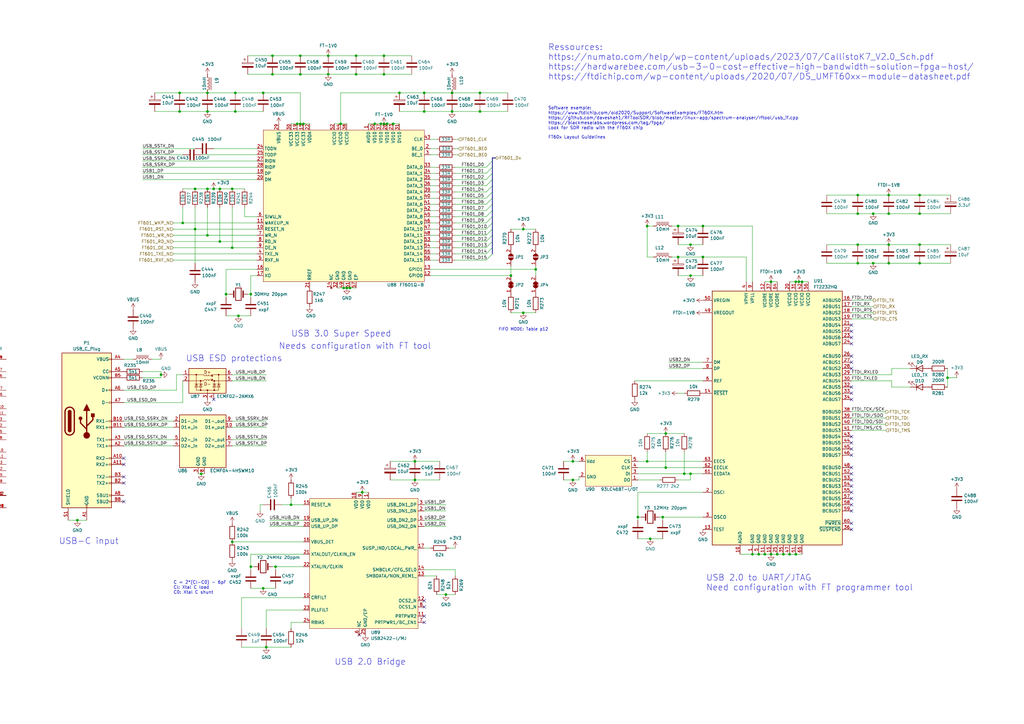
<source format=kicad_sch>
(kicad_sch (version 20250114) (generator "eeschema") (generator_version "9.0")
  (paper "A3")
  (text "USB 2.0 Bridge\n" (at 137.16 273.05 0) (effects (font (size 2.5 2.5)) (justify left bottom)))
  (text "Software example: \nhttps://www.ftdichip.com/old2020/Support/SoftwareExamples/FT60X.htm\nhttps://github.com/daveshah1/RFToolSDR/blob/master/linux-app/spectrum-analyser/rftool/usb_if.cpp\nhttps://blackmesalabs.wordpress.com/tag/fpga/\nLook for SDR radio with the FT60X chip" (at 224.79 53.34 0) (effects (font (size 1.27 1.27)) (justify left bottom)))
  (text "FIFO MODE: Table p12" (at 204.47 135.89 0) (effects (font (size 1.2 1.2)) (justify left bottom)))
  (text "C = 2*(Cl-C0) - 6pF\nCl: Xtal C load\nC0: Xtal C shunt" (at 71.12 243.84 0) (effects (font (size 1.27 1.27)) (justify left bottom)))
  (text "USB ESD protections" (at 76.2 148.59 0) (effects (font (size 2.5 2.5)) (justify left bottom)))
  (text "USB 2.0 to UART/JTAG\nNeed configuration with FT programmer tool\n" (at 289.56 242.57 0) (effects (font (size 2.5 2.5)) (justify left bottom)))
  (text "Needs configuration with FT tool" (at 114.3 143.51 0) (effects (font (size 2.5 2.5)) (justify left bottom)))
  (text "FT60x Layout Guidelines " (at 224.79 57.15 0) (effects (font (size 1.27 1.27)) (justify left bottom)))
  (text "USB-C input" (at 24.13 223.52 0) (effects (font (size 2.5 2.5)) (justify left bottom)))
  (text "Ressources:\nhttps://numato.com/help/wp-content/uploads/2023/07/CallistoK7_V2.0_Sch.pdf\nhttps://hardwarebee.com/usb-3-0-cost-effective-high-bandwidth-solution-fpga-host/\nhttps://ftdichip.com/wp-content/uploads/2020/07/DS_UMFT60xx-module-datasheet.pdf" (at 224.79 33.02 0) (effects (font (size 2.5 2.5)) (justify left bottom)))
  (text "USB 3.0 Super Speed\n" (at 119.38 138.43 0) (effects (font (size 2.5 2.5)) (justify left bottom)))
  (junction (at 288.29 92.71))
  (junction (at 107.95 38.1))
  (junction (at 261.62 212.09))
  (junction (at 85.09 38.1))
  (junction (at 134.62 22.86))
  (junction (at 364.49 87.63))
  (junction (at 143.51 118.11))
  (junction (at 273.05 191.77))
  (junction (at 123.19 22.86))
  (junction (at 95.25 77.47))
  (junction (at 170.18 196.85))
  (junction (at 85.09 77.47))
  (junction (at 102.87 120.65))
  (junction (at 156.21 50.8))
  (junction (at 85.09 45.72))
  (junction (at 316.23 115.57))
  (junction (at 82.55 194.31))
  (junction (at 90.17 99.06))
  (junction (at 182.88 243.84))
  (junction (at 173.99 45.72))
  (junction (at 123.19 30.48))
  (junction (at 97.79 129.54))
  (junction (at 157.48 50.8))
  (junction (at 351.79 80.01))
  (junction (at 358.14 107.95))
  (junction (at 146.05 30.48))
  (junction (at 158.75 50.8))
  (junction (at 157.48 30.48))
  (junction (at 142.24 118.11))
  (junction (at 265.43 92.71))
  (junction (at 209.55 113.03))
  (junction (at 234.95 189.23))
  (junction (at 364.49 80.01))
  (junction (at 185.42 45.72))
  (junction (at 66.04 153.67))
  (junction (at 364.49 107.95))
  (junction (at 74.93 91.44))
  (junction (at 73.66 38.1))
  (junction (at 364.49 100.33))
  (junction (at 102.87 232.41))
  (junction (at 196.85 45.72))
  (junction (at 80.01 77.47))
  (junction (at 266.7 220.98))
  (junction (at 351.79 87.63))
  (junction (at 280.67 194.31))
  (junction (at 214.63 128.27))
  (junction (at 214.63 93.98))
  (junction (at 161.29 50.8))
  (junction (at 148.59 201.93))
  (junction (at 288.29 105.41))
  (junction (at 107.95 241.3))
  (junction (at 278.13 92.71))
  (junction (at 121.92 50.8))
  (junction (at 234.95 196.85))
  (junction (at 163.83 38.1))
  (junction (at 153.67 50.8))
  (junction (at 170.18 189.23))
  (junction (at 377.19 80.01))
  (junction (at 123.19 50.8))
  (junction (at 73.66 45.72))
  (junction (at 278.13 105.41))
  (junction (at 139.7 50.8))
  (junction (at 358.14 87.63))
  (junction (at 311.15 227.33))
  (junction (at 96.52 45.72))
  (junction (at 219.71 110.49))
  (junction (at 173.99 38.1))
  (junction (at 95.25 222.25))
  (junction (at 92.71 120.65))
  (junction (at 87.63 77.47))
  (junction (at 124.46 50.8))
  (junction (at 377.19 87.63))
  (junction (at 326.39 115.57))
  (junction (at 31.75 213.36))
  (junction (at 111.76 22.86))
  (junction (at 265.43 189.23))
  (junction (at 119.38 207.01))
  (junction (at 326.39 227.33))
  (junction (at 327.66 115.57))
  (junction (at 321.31 227.33))
  (junction (at 157.48 22.86))
  (junction (at 323.85 227.33))
  (junction (at 90.17 77.47))
  (junction (at 388.62 154.94))
  (junction (at 313.69 227.33))
  (junction (at 85.09 96.52))
  (junction (at 318.77 227.33))
  (junction (at 185.42 38.1))
  (junction (at 196.85 38.1))
  (junction (at 283.21 194.31))
  (junction (at 95.25 101.6))
  (junction (at 134.62 30.48))
  (junction (at 283.21 113.03))
  (junction (at 328.93 115.57))
  (junction (at 316.23 227.33))
  (junction (at 273.05 177.8))
  (junction (at 308.61 227.33))
  (junction (at 80.01 93.98))
  (junction (at 351.79 107.95))
  (junction (at 140.97 118.11))
  (junction (at 283.21 100.33))
  (junction (at 377.19 107.95))
  (junction (at 96.52 38.1))
  (junction (at 146.05 22.86))
  (junction (at 377.19 100.33))
  (junction (at 111.76 30.48))
  (junction (at 351.79 100.33))
  (junction (at 113.03 232.41))
  (junction (at 271.78 212.09))
  (junction (at 109.22 265.43))
  (no_connect (at 349.25 214.63))
  (no_connect (at 349.25 201.93))
  (no_connect (at 349.25 184.15))
  (no_connect (at 349.25 179.07))
  (no_connect (at 349.25 204.47))
  (no_connect (at 173.99 252.73))
  (no_connect (at 50.8 198.12))
  (no_connect (at 349.25 138.43))
  (no_connect (at 349.25 196.85))
  (no_connect (at 349.25 146.05))
  (no_connect (at 349.25 133.35))
  (no_connect (at 349.25 181.61))
  (no_connect (at 50.8 187.96))
  (no_connect (at 349.25 186.69))
  (no_connect (at 50.8 195.58))
  (no_connect (at 349.25 163.83))
  (no_connect (at 173.99 255.27))
  (no_connect (at 349.25 158.75))
  (no_connect (at 349.25 191.77))
  (no_connect (at 349.25 194.31))
  (no_connect (at 349.25 151.13))
  (no_connect (at 50.8 205.74))
  (no_connect (at 349.25 161.29))
  (no_connect (at 147.32 260.35))
  (no_connect (at 87.63 163.83))
  (no_connect (at 349.25 217.17))
  (no_connect (at 349.25 135.89))
  (no_connect (at 349.25 207.01))
  (no_connect (at 50.8 190.5))
  (no_connect (at 349.25 140.97))
  (no_connect (at 349.25 148.59))
  (no_connect (at 173.99 248.92))
  (no_connect (at 349.25 209.55))
  (no_connect (at 173.99 246.38))
  (no_connect (at 349.25 199.39))
  (bus_entry (at 199.39 86.36) (size 2.54 -2.54))
  (bus_entry (at 199.39 88.9) (size 2.54 -2.54))
  (bus_entry (at 199.39 91.44) (size 2.54 -2.54))
  (bus_entry (at 199.39 93.98) (size 2.54 -2.54))
  (bus_entry (at 199.39 81.28) (size 2.54 -2.54))
  (bus_entry (at 199.39 83.82) (size 2.54 -2.54))
  (bus_entry (at 199.39 106.68) (size 2.54 -2.54))
  (bus_entry (at 199.39 73.66) (size 2.54 -2.54))
  (bus_entry (at 199.39 99.06) (size 2.54 -2.54))
  (bus_entry (at 199.39 101.6) (size 2.54 -2.54))
  (bus_entry (at 199.39 68.58) (size 2.54 -2.54))
  (bus_entry (at 199.39 96.52) (size 2.54 -2.54))
  (bus_entry (at 199.39 104.14) (size 2.54 -2.54))
  (bus_entry (at 199.39 76.2) (size 2.54 -2.54))
  (bus_entry (at 199.39 71.12) (size 2.54 -2.54))
  (bus_entry (at 199.39 78.74) (size 2.54 -2.54))
  (wire (pts (xy 157.48 30.48) (xy 168.91 30.48)))
  (wire (pts (xy 173.99 207.01) (xy 182.88 207.01)))
  (wire (pts (xy 90.17 85.09) (xy 90.17 99.06)))
  (wire (pts (xy 107.95 38.1) (xy 123.19 38.1)))
  (bus (pts (xy 201.93 64.77) (xy 203.2 64.77)))
  (wire (pts (xy 139.7 50.8) (xy 142.24 50.8)))
  (wire (pts (xy 186.69 71.12) (xy 199.39 71.12)))
  (wire (pts (xy 140.97 118.11) (xy 142.24 118.11)))
  (wire (pts (xy 261.62 201.93) (xy 288.29 201.93)))
  (wire (pts (xy 153.67 50.8) (xy 156.21 50.8)))
  (wire (pts (xy 90.17 77.47) (xy 95.25 77.47)))
  (wire (pts (xy 261.62 220.98) (xy 266.7 220.98)))
  (wire (pts (xy 186.69 88.9) (xy 199.39 88.9)))
  (wire (pts (xy 176.53 78.74) (xy 179.07 78.74)))
  (wire (pts (xy 349.25 125.73) (xy 358.14 125.73)))
  (wire (pts (xy 278.13 100.33) (xy 283.21 100.33)))
  (wire (pts (xy 90.17 99.06) (xy 105.41 99.06)))
  (wire (pts (xy 31.75 213.36) (xy 35.56 213.36)))
  (wire (pts (xy 102.87 121.92) (xy 102.87 120.65)))
  (bus (pts (xy 201.93 99.06) (xy 201.93 96.52)))
  (wire (pts (xy 148.59 201.93) (xy 151.13 201.93)))
  (wire (pts (xy 96.52 45.72) (xy 107.95 45.72)))
  (wire (pts (xy 176.53 113.03) (xy 209.55 113.03)))
  (wire (pts (xy 95.25 180.34) (xy 109.22 180.34)))
  (wire (pts (xy 186.69 106.68) (xy 199.39 106.68)))
  (wire (pts (xy 283.21 194.31) (xy 288.29 194.31)))
  (bus (pts (xy 201.93 78.74) (xy 201.93 76.2)))
  (wire (pts (xy 273.05 177.8) (xy 280.67 177.8)))
  (wire (pts (xy 102.87 241.3) (xy 107.95 241.3)))
  (wire (pts (xy 74.93 85.09) (xy 74.93 91.44)))
  (wire (pts (xy 82.55 194.31) (xy 83.82 194.31)))
  (wire (pts (xy 66.04 153.67) (xy 66.04 152.4)))
  (wire (pts (xy 179.07 243.84) (xy 182.88 243.84)))
  (wire (pts (xy 100.33 88.9) (xy 100.33 85.09)))
  (wire (pts (xy 95.25 175.26) (xy 109.22 175.26)))
  (wire (pts (xy 123.19 30.48) (xy 134.62 30.48)))
  (wire (pts (xy 161.29 50.8) (xy 163.83 50.8)))
  (wire (pts (xy 306.07 105.41) (xy 306.07 115.57)))
  (wire (pts (xy 176.53 96.52) (xy 179.07 96.52)))
  (wire (pts (xy 137.16 50.8) (xy 139.7 50.8)))
  (wire (pts (xy 134.62 22.86) (xy 146.05 22.86)))
  (wire (pts (xy 58.42 152.4) (xy 66.04 152.4)))
  (wire (pts (xy 261.62 191.77) (xy 273.05 191.77)))
  (wire (pts (xy 234.95 196.85) (xy 237.49 196.85)))
  (wire (pts (xy 95.25 172.72) (xy 109.22 172.72)))
  (wire (pts (xy 66.04 154.94) (xy 66.04 153.67)))
  (wire (pts (xy 186.69 60.96) (xy 187.96 60.96)))
  (wire (pts (xy 50.8 165.1) (xy 74.93 165.1)))
  (wire (pts (xy 50.8 172.72) (xy 71.12 172.72)))
  (wire (pts (xy 266.7 220.98) (xy 271.78 220.98)))
  (wire (pts (xy 186.69 93.98) (xy 199.39 93.98)))
  (wire (pts (xy 186.69 99.06) (xy 199.39 99.06)))
  (wire (pts (xy 351.79 100.33) (xy 364.49 100.33)))
  (wire (pts (xy 261.62 212.09) (xy 262.89 212.09)))
  (wire (pts (xy 265.43 92.71) (xy 265.43 105.41)))
  (wire (pts (xy 138.43 118.11) (xy 140.97 118.11)))
  (wire (pts (xy 119.38 50.8) (xy 121.92 50.8)))
  (wire (pts (xy 71.12 106.68) (xy 105.41 106.68)))
  (wire (pts (xy 71.12 101.6) (xy 95.25 101.6)))
  (wire (pts (xy 274.32 148.59) (xy 288.29 148.59)))
  (wire (pts (xy 176.53 81.28) (xy 179.07 81.28)))
  (wire (pts (xy 186.69 76.2) (xy 199.39 76.2)))
  (wire (pts (xy 170.18 189.23) (xy 180.34 189.23)))
  (wire (pts (xy 173.99 38.1) (xy 185.42 38.1)))
  (wire (pts (xy 111.76 30.48) (xy 123.19 30.48)))
  (wire (pts (xy 85.09 96.52) (xy 105.41 96.52)))
  (wire (pts (xy 176.53 110.49) (xy 219.71 110.49)))
  (wire (pts (xy 351.79 107.95) (xy 358.14 107.95)))
  (wire (pts (xy 119.38 255.27) (xy 119.38 257.81)))
  (wire (pts (xy 107.95 207.01) (xy 106.68 207.01)))
  (wire (pts (xy 176.53 91.44) (xy 179.07 91.44)))
  (wire (pts (xy 92.71 110.49) (xy 92.71 120.65)))
  (wire (pts (xy 261.62 196.85) (xy 270.51 196.85)))
  (wire (pts (xy 123.19 22.86) (xy 134.62 22.86)))
  (wire (pts (xy 173.99 215.9) (xy 182.88 215.9)))
  (wire (pts (xy 80.01 77.47) (xy 85.09 77.47)))
  (wire (pts (xy 58.42 60.96) (xy 80.01 60.96)))
  (wire (pts (xy 96.52 38.1) (xy 107.95 38.1)))
  (wire (pts (xy 95.25 77.47) (xy 100.33 77.47)))
  (wire (pts (xy 71.12 96.52) (xy 85.09 96.52)))
  (wire (pts (xy 176.53 101.6) (xy 179.07 101.6)))
  (wire (pts (xy 173.99 233.68) (xy 186.69 233.68)))
  (wire (pts (xy 95.25 182.88) (xy 109.22 182.88)))
  (wire (pts (xy 265.43 177.8) (xy 273.05 177.8)))
  (wire (pts (xy 339.09 107.95) (xy 351.79 107.95)))
  (bus (pts (xy 201.93 76.2) (xy 201.93 73.66)))
  (wire (pts (xy 283.21 113.03) (xy 288.29 113.03)))
  (wire (pts (xy 196.85 45.72) (xy 208.28 45.72)))
  (wire (pts (xy 351.79 87.63) (xy 358.14 87.63)))
  (wire (pts (xy 71.12 104.14) (xy 105.41 104.14)))
  (wire (pts (xy 58.42 66.04) (xy 105.41 66.04)))
  (wire (pts (xy 102.87 227.33) (xy 124.46 227.33)))
  (wire (pts (xy 146.05 22.86) (xy 157.48 22.86)))
  (wire (pts (xy 176.53 60.96) (xy 179.07 60.96)))
  (wire (pts (xy 99.06 245.11) (xy 99.06 257.81)))
  (wire (pts (xy 327.66 115.57) (xy 328.93 115.57)))
  (wire (pts (xy 186.69 73.66) (xy 199.39 73.66)))
  (wire (pts (xy 99.06 265.43) (xy 109.22 265.43)))
  (wire (pts (xy 364.49 87.63) (xy 377.19 87.63)))
  (wire (pts (xy 278.13 105.41) (xy 288.29 105.41)))
  (wire (pts (xy 176.53 76.2) (xy 179.07 76.2)))
  (wire (pts (xy 100.33 88.9) (xy 105.41 88.9)))
  (bus (pts (xy 201.93 91.44) (xy 201.93 88.9)))
  (wire (pts (xy 186.69 91.44) (xy 199.39 91.44)))
  (wire (pts (xy 119.38 204.47) (xy 119.38 207.01)))
  (wire (pts (xy 288.29 92.71) (xy 308.61 92.71)))
  (wire (pts (xy 27.94 213.36) (xy 31.75 213.36)))
  (wire (pts (xy 260.35 156.21) (xy 288.29 156.21)))
  (wire (pts (xy 85.09 77.47) (xy 87.63 77.47)))
  (wire (pts (xy 111.76 22.86) (xy 123.19 22.86)))
  (wire (pts (xy 123.19 38.1) (xy 123.19 50.8)))
  (wire (pts (xy 186.69 104.14) (xy 199.39 104.14)))
  (wire (pts (xy 278.13 113.03) (xy 283.21 113.03)))
  (wire (pts (xy 349.25 153.67) (xy 365.76 153.67)))
  (wire (pts (xy 186.69 57.15) (xy 187.96 57.15)))
  (wire (pts (xy 364.49 107.95) (xy 377.19 107.95)))
  (wire (pts (xy 87.63 60.96) (xy 105.41 60.96)))
  (wire (pts (xy 358.14 87.63) (xy 364.49 87.63)))
  (wire (pts (xy 115.57 207.01) (xy 119.38 207.01)))
  (bus (pts (xy 201.93 83.82) (xy 201.93 81.28)))
  (wire (pts (xy 109.22 250.19) (xy 109.22 257.81)))
  (wire (pts (xy 105.41 91.44) (xy 74.93 91.44)))
  (wire (pts (xy 261.62 189.23) (xy 265.43 189.23)))
  (wire (pts (xy 377.19 107.95) (xy 389.89 107.95)))
  (wire (pts (xy 146.05 201.93) (xy 148.59 201.93)))
  (wire (pts (xy 364.49 100.33) (xy 377.19 100.33)))
  (wire (pts (xy 184.15 224.79) (xy 186.69 224.79)))
  (wire (pts (xy 143.51 118.11) (xy 146.05 118.11)))
  (wire (pts (xy 85.09 38.1) (xy 96.52 38.1)))
  (wire (pts (xy 176.53 57.15) (xy 179.07 57.15)))
  (wire (pts (xy 182.88 243.84) (xy 186.69 243.84)))
  (wire (pts (xy 111.76 232.41) (xy 113.03 232.41)))
  (wire (pts (xy 231.14 189.23) (xy 234.95 189.23)))
  (wire (pts (xy 92.71 120.65) (xy 93.98 120.65)))
  (wire (pts (xy 273.05 191.77) (xy 288.29 191.77)))
  (wire (pts (xy 186.69 78.74) (xy 199.39 78.74)))
  (wire (pts (xy 50.8 180.34) (xy 71.12 180.34)))
  (wire (pts (xy 186.69 81.28) (xy 199.39 81.28)))
  (wire (pts (xy 82.55 63.5) (xy 105.41 63.5)))
  (wire (pts (xy 326.39 115.57) (xy 327.66 115.57)))
  (wire (pts (xy 313.69 227.33) (xy 316.23 227.33)))
  (wire (pts (xy 74.93 153.67) (xy 72.39 153.67)))
  (wire (pts (xy 72.39 153.67) (xy 72.39 160.02)))
  (wire (pts (xy 102.87 232.41) (xy 104.14 232.41)))
  (wire (pts (xy 102.87 113.03) (xy 105.41 113.03)))
  (wire (pts (xy 318.77 227.33) (xy 321.31 227.33)))
  (wire (pts (xy 50.8 175.26) (xy 71.12 175.26)))
  (wire (pts (xy 176.53 93.98) (xy 179.07 93.98)))
  (wire (pts (xy 377.19 100.33) (xy 389.89 100.33)))
  (wire (pts (xy 237.49 196.85) (xy 237.49 195.58)))
  (wire (pts (xy 92.71 120.65) (xy 92.71 121.92)))
  (wire (pts (xy 261.62 212.09) (xy 261.62 213.36)))
  (wire (pts (xy 176.53 73.66) (xy 179.07 73.66)))
  (wire (pts (xy 71.12 91.44) (xy 74.93 91.44)))
  (wire (pts (xy 377.19 87.63) (xy 389.89 87.63)))
  (wire (pts (xy 308.61 92.71) (xy 308.61 115.57)))
  (wire (pts (xy 158.75 50.8) (xy 161.29 50.8)))
  (wire (pts (xy 231.14 196.85) (xy 234.95 196.85)))
  (wire (pts (xy 234.95 189.23) (xy 237.49 189.23)))
  (wire (pts (xy 274.32 151.13) (xy 288.29 151.13)))
  (bus (pts (xy 201.93 73.66) (xy 201.93 71.12)))
  (wire (pts (xy 364.49 80.01) (xy 377.19 80.01)))
  (wire (pts (xy 209.55 128.27) (xy 214.63 128.27)))
  (wire (pts (xy 186.69 63.5) (xy 187.96 63.5)))
  (wire (pts (xy 134.62 30.48) (xy 146.05 30.48)))
  (wire (pts (xy 50.8 147.32) (xy 54.61 147.32)))
  (bus (pts (xy 201.93 96.52) (xy 201.93 93.98)))
  (wire (pts (xy 280.67 194.31) (xy 283.21 194.31)))
  (wire (pts (xy 388.62 151.13) (xy 388.62 154.94)))
  (wire (pts (xy 349.25 128.27) (xy 358.14 128.27)))
  (wire (pts (xy 176.53 71.12) (xy 179.07 71.12)))
  (wire (pts (xy 214.63 93.98) (xy 219.71 93.98)))
  (wire (pts (xy 271.78 212.09) (xy 288.29 212.09)))
  (bus (pts (xy 201.93 86.36) (xy 201.93 83.82)))
  (wire (pts (xy 267.97 105.41) (xy 265.43 105.41)))
  (wire (pts (xy 321.31 227.33) (xy 323.85 227.33)))
  (wire (pts (xy 323.85 115.57) (xy 326.39 115.57)))
  (wire (pts (xy 373.38 151.13) (xy 365.76 151.13)))
  (wire (pts (xy 209.55 93.98) (xy 214.63 93.98)))
  (wire (pts (xy 196.85 38.1) (xy 208.28 38.1)))
  (wire (pts (xy 349.25 130.81) (xy 358.14 130.81)))
  (wire (pts (xy 288.29 92.71) (xy 278.13 92.71)))
  (wire (pts (xy 278.13 161.29) (xy 280.67 161.29)))
  (wire (pts (xy 63.5 38.1) (xy 73.66 38.1)))
  (wire (pts (xy 186.69 83.82) (xy 199.39 83.82)))
  (wire (pts (xy 95.25 156.21) (xy 109.22 156.21)))
  (wire (pts (xy 124.46 245.11) (xy 99.06 245.11)))
  (wire (pts (xy 95.25 153.67) (xy 109.22 153.67)))
  (wire (pts (xy 71.12 93.98) (xy 80.01 93.98)))
  (wire (pts (xy 92.71 129.54) (xy 97.79 129.54)))
  (wire (pts (xy 261.62 194.31) (xy 280.67 194.31)))
  (wire (pts (xy 163.83 38.1) (xy 173.99 38.1)))
  (wire (pts (xy 326.39 227.33) (xy 328.93 227.33)))
  (wire (pts (xy 358.14 107.95) (xy 364.49 107.95)))
  (wire (pts (xy 265.43 185.42) (xy 265.43 189.23)))
  (wire (pts (xy 142.24 118.11) (xy 143.51 118.11)))
  (wire (pts (xy 176.53 88.9) (xy 179.07 88.9)))
  (wire (pts (xy 95.25 101.6) (xy 105.41 101.6)))
  (wire (pts (xy 311.15 227.33) (xy 313.69 227.33)))
  (wire (pts (xy 176.53 68.58) (xy 179.07 68.58)))
  (wire (pts (xy 186.69 101.6) (xy 199.39 101.6)))
  (wire (pts (xy 81.28 194.31) (xy 82.55 194.31)))
  (wire (pts (xy 85.09 45.72) (xy 96.52 45.72)))
  (wire (pts (xy 58.42 63.5) (xy 74.93 63.5)))
  (wire (pts (xy 173.99 224.79) (xy 176.53 224.79)))
  (wire (pts (xy 308.61 227.33) (xy 311.15 227.33)))
  (wire (pts (xy 176.53 86.36) (xy 179.07 86.36)))
  (wire (pts (xy 176.53 83.82) (xy 179.07 83.82)))
  (wire (pts (xy 95.25 222.25) (xy 124.46 222.25)))
  (wire (pts (xy 146.05 30.48) (xy 157.48 30.48)))
  (wire (pts (xy 173.99 213.36) (xy 182.88 213.36)))
  (wire (pts (xy 151.13 50.8) (xy 153.67 50.8)))
  (wire (pts (xy 102.87 227.33) (xy 102.87 232.41)))
  (wire (pts (xy 92.71 110.49) (xy 105.41 110.49)))
  (wire (pts (xy 349.25 176.53) (xy 363.22 176.53)))
  (wire (pts (xy 186.69 68.58) (xy 199.39 68.58)))
  (wire (pts (xy 160.02 196.85) (xy 170.18 196.85)))
  (wire (pts (xy 186.69 86.36) (xy 199.39 86.36)))
  (wire (pts (xy 173.99 236.22) (xy 179.07 236.22)))
  (bus (pts (xy 201.93 71.12) (xy 201.93 68.58)))
  (wire (pts (xy 186.69 233.68) (xy 186.69 236.22)))
  (wire (pts (xy 110.49 213.36) (xy 124.46 213.36)))
  (wire (pts (xy 124.46 255.27) (xy 119.38 255.27)))
  (wire (pts (xy 72.39 160.02) (xy 50.8 160.02)))
  (bus (pts (xy 201.93 93.98) (xy 201.93 91.44)))
  (wire (pts (xy 349.25 171.45) (xy 363.22 171.45)))
  (wire (pts (xy 73.66 45.72) (xy 85.09 45.72)))
  (wire (pts (xy 283.21 196.85) (xy 283.21 194.31)))
  (wire (pts (xy 157.48 50.8) (xy 158.75 50.8)))
  (wire (pts (xy 58.42 73.66) (xy 105.41 73.66)))
  (wire (pts (xy 173.99 45.72) (xy 185.42 45.72)))
  (wire (pts (xy 316.23 227.33) (xy 318.77 227.33)))
  (wire (pts (xy 123.19 50.8) (xy 124.46 50.8)))
  (wire (pts (xy 176.53 63.5) (xy 179.07 63.5)))
  (wire (pts (xy 106.68 207.01) (xy 106.68 209.55)))
  (wire (pts (xy 170.18 196.85) (xy 180.34 196.85)))
  (wire (pts (xy 58.42 68.58) (xy 105.41 68.58)))
  (wire (pts (xy 139.7 38.1) (xy 139.7 50.8)))
  (wire (pts (xy 102.87 232.41) (xy 102.87 233.68)))
  (wire (pts (xy 265.43 189.23) (xy 288.29 189.23)))
  (wire (pts (xy 62.23 147.32) (xy 66.04 147.32)))
  (wire (pts (xy 124.46 250.19) (xy 109.22 250.19)))
  (wire (pts (xy 85.09 85.09) (xy 85.09 96.52)))
  (wire (pts (xy 73.66 38.1) (xy 85.09 38.1)))
  (wire (pts (xy 365.76 151.13) (xy 365.76 153.67)))
  (wire (pts (xy 365.76 158.75) (xy 365.76 156.21)))
  (wire (pts (xy 107.95 241.3) (xy 113.03 241.3)))
  (wire (pts (xy 173.99 209.55) (xy 182.88 209.55)))
  (bus (pts (xy 201.93 88.9) (xy 201.93 86.36)))
  (wire (pts (xy 80.01 93.98) (xy 105.41 93.98)))
  (wire (pts (xy 316.23 115.57) (xy 318.77 115.57)))
  (wire (pts (xy 80.01 85.09) (xy 80.01 93.98)))
  (wire (pts (xy 339.09 80.01) (xy 351.79 80.01)))
  (wire (pts (xy 328.93 115.57) (xy 331.47 115.57)))
  (wire (pts (xy 288.29 105.41) (xy 306.07 105.41)))
  (wire (pts (xy 176.53 104.14) (xy 179.07 104.14)))
  (wire (pts (xy 102.87 113.03) (xy 102.87 120.65)))
  (wire (pts (xy 50.8 182.88) (xy 71.12 182.88)))
  (wire (pts (xy 157.48 22.86) (xy 168.91 22.86)))
  (wire (pts (xy 349.25 173.99) (xy 363.22 173.99)))
  (wire (pts (xy 273.05 185.42) (xy 273.05 191.77)))
  (wire (pts (xy 113.03 232.41) (xy 124.46 232.41)))
  (wire (pts (xy 163.83 38.1) (xy 139.7 38.1)))
  (wire (pts (xy 95.25 85.09) (xy 95.25 101.6)))
  (bus (pts (xy 201.93 104.14) (xy 201.93 101.6)))
  (wire (pts (xy 271.78 213.36) (xy 271.78 212.09)))
  (wire (pts (xy 265.43 92.71) (xy 267.97 92.71)))
  (wire (pts (xy 156.21 50.8) (xy 157.48 50.8)))
  (wire (pts (xy 58.42 71.12) (xy 105.41 71.12)))
  (wire (pts (xy 339.09 100.33) (xy 351.79 100.33)))
  (wire (pts (xy 351.79 80.01) (xy 364.49 80.01)))
  (wire (pts (xy 270.51 212.09) (xy 271.78 212.09)))
  (wire (pts (xy 186.69 96.52) (xy 199.39 96.52)))
  (wire (pts (xy 349.25 123.19) (xy 358.14 123.19)))
  (wire (pts (xy 80.01 93.98) (xy 80.01 107.95)))
  (wire (pts (xy 109.22 265.43) (xy 119.38 265.43)))
  (wire (pts (xy 63.5 45.72) (xy 73.66 45.72)))
  (bus (pts (xy 201.93 81.28) (xy 201.93 78.74)))
  (wire (pts (xy 176.53 99.06) (xy 179.07 99.06)))
  (wire (pts (xy 261.62 201.93) (xy 261.62 212.09)))
  (wire (pts (xy 163.83 45.72) (xy 173.99 45.72)))
  (wire (pts (xy 101.6 22.86) (xy 111.76 22.86)))
  (wire (pts (xy 58.42 154.94) (xy 66.04 154.94)))
  (wire (pts (xy 71.12 99.06) (xy 90.17 99.06)))
  (wire (pts (xy 278.13 92.71) (xy 275.59 92.71)))
  (wire (pts (xy 185.42 38.1) (xy 196.85 38.1)))
  (wire (pts (xy 185.42 45.72) (xy 196.85 45.72)))
  (wire (pts (xy 74.93 156.21) (xy 74.93 165.1)))
  (wire (pts (xy 377.19 80.01) (xy 389.89 80.01)))
  (wire (pts (xy 283.21 100.33) (xy 288.29 100.33)))
  (wire (pts (xy 278.13 196.85) (xy 283.21 196.85)))
  (wire (pts (xy 87.63 77.47) (xy 90.17 77.47)))
  (wire (pts (xy 176.53 106.68) (xy 179.07 106.68)))
  (wire (pts (xy 275.59 105.41) (xy 278.13 105.41)))
  (wire (pts (xy 373.38 158.75) (xy 365.76 158.75)))
  (wire (pts (xy 349.25 156.21) (xy 365.76 156.21)))
  (wire (pts (xy 124.46 50.8) (xy 127 50.8)))
  (wire (pts (xy 113.03 233.68) (xy 113.03 232.41)))
  (wire (pts (xy 209.55 109.22) (xy 209.55 113.03)))
  (wire (pts (xy 388.62 154.94) (xy 392.43 154.94)))
  (wire (pts (xy 219.71 109.22) (xy 219.71 110.49)))
  (wire (pts (xy 303.53 227.33) (xy 308.61 227.33)))
  (wire (pts (xy 323.85 227.33) (xy 326.39 227.33)))
  (wire (pts (xy 74.93 77.47) (xy 80.01 77.47)))
  (wire (pts (xy 219.71 110.49) (xy 219.71 113.03)))
  (wire (pts (xy 280.67 185.42) (xy 280.67 194.31)))
  (bus (pts (xy 201.93 66.04) (xy 201.93 64.77)))
  (wire (pts (xy 101.6 30.48) (xy 111.76 30.48)))
  (wire (pts (xy 214.63 128.27) (xy 219.71 128.27)))
  (bus (pts (xy 201.93 101.6) (xy 201.93 99.06)))
  (wire (pts (xy 349.25 168.91) (xy 363.22 168.91)))
  (wire (pts (xy 388.62 154.94) (xy 388.62 158.75)))
  (wire (pts (xy 339.09 87.63) (xy 351.79 87.63)))
  (wire (pts (xy 101.6 120.65) (xy 102.87 120.65)))
  (wire (pts (xy 119.38 207.01) (xy 124.46 207.01)))
  (bus (pts (xy 201.93 68.58) (xy 201.93 66.04)))
  (wire (pts (xy 110.49 215.9) (xy 124.46 215.9)))
  (wire (pts (xy 121.92 50.8) (xy 123.19 50.8)))
  (wire (pts (xy 97.79 129.54) (xy 102.87 129.54)))
  (wire (pts (xy 313.69 115.57) (xy 316.23 115.57)))
  (wire (pts (xy 160.02 189.23) (xy 170.18 189.23)))
  (label "USB_SSTX_DN" (at 58.42 60.96 0))
  (label "USB1_DN" (at 173.99 209.55 0))
  (label "USB_SSRX_DP" (at 96.52 175.26 0))
  (label "FTDI_TDI{slash}SDO" (at 349.25 171.45 0))
  (label "USB_SSTX_DP" (at 96.52 182.88 0))
  (label "USB_ESD_SSRX_DP" (at 50.8 175.26 0))
  (label "USB_SSTX_DN" (at 96.52 180.34 0))
  (label "FT601_D14" (at 189.23 104.14 0))
  (label "FTDI_TCK{slash}SCK" (at 349.25 168.91 0))
  (label "FT601_D10" (at 189.23 93.98 0))
  (label "FTDI_RTS" (at 349.25 128.27 0))
  (label "FT601_D7" (at 189.23 86.36 0))
  (label "FT601_D1" (at 189.23 71.12 0))
  (label "USB2_DN" (at 274.32 148.59 0))
  (label "FTDI_TXD" (at 349.25 123.19 0))
  (label "FT601_D9" (at 189.23 91.44 0))
  (label "USB_HUB_DP" (at 110.49 215.9 0))
  (label "FT601_D4" (at 189.23 78.74 0))
  (label "FTDI_RXLED" (at 349.25 153.67 0))
  (label "FT601_D12" (at 189.23 99.06 0))
  (label "USB1_DP" (at 173.99 207.01 0))
  (label "USB2_DN" (at 173.99 215.9 0))
  (label "USB_HUB_DP" (at 96.52 153.67 0))
  (label "USB_HUB_DN" (at 96.52 156.21 0))
  (label "USB2_DP" (at 274.32 151.13 0))
  (label "USB2_DP" (at 173.99 213.36 0))
  (label "FTDI_TMS{slash}CS" (at 349.25 176.53 0))
  (label "FTDI_TDO{slash}SDI" (at 349.25 173.99 0))
  (label "USB_ESD_DP" (at 52.07 160.02 0))
  (label "USB_SSTX_DP" (at 58.42 63.5 0))
  (label "USB_SSRX_DN" (at 58.42 66.04 0))
  (label "FT601_D0" (at 189.23 68.58 0))
  (label "USB1_DP" (at 58.42 71.12 0))
  (label "FTDI_CTS" (at 349.25 130.81 0))
  (label "USB_ESD_DN" (at 52.07 165.1 0))
  (label "FT601_D6" (at 189.23 83.82 0))
  (label "USB_SSRX_DP" (at 58.42 68.58 0))
  (label "FT601_D8" (at 189.23 88.9 0))
  (label "USB_SSRX_DN" (at 96.52 172.72 0))
  (label "FT601_D13" (at 189.23 101.6 0))
  (label "FT601_D3" (at 189.23 76.2 0))
  (label "USB1_DN" (at 58.42 73.66 0))
  (label "FT601_D11" (at 189.23 96.52 0))
  (label "USB_ESD_SSRX_DN" (at 50.8 172.72 0))
  (label "FTDI_TXLED" (at 349.25 156.21 0))
  (label "FT601_D15" (at 189.23 106.68 0))
  (label "FTDI_RX" (at 349.25 125.73 0))
  (label "USB_ESD_SSTX_DN" (at 50.8 180.34 0))
  (label "USB_ESD_SSTX_DP" (at 50.8 182.88 0))
  (label "USB_HUB_DN" (at 110.49 213.36 0))
  (label "FT601_D5" (at 189.23 81.28 0))
  (label "FT601_D2" (at 189.23 73.66 0))
  (hierarchical_label "FT601_BE0" (shape input) (at 187.96 63.5 0))
  (hierarchical_label "FT601_RST_N" (shape input) (at 71.12 93.98 180))
  (hierarchical_label "FT601_CLK" (shape input) (at 187.96 57.15 0))
  (hierarchical_label "FT601_BE0" (shape input) (at 187.96 60.96 0))
  (hierarchical_label "FT601_TXE_N" (shape input) (at 71.12 104.14 180))
  (hierarchical_label "FT601_Dx" (shape bidirectional) (at 203.2 64.77 0))
  (hierarchical_label "FT601_WKP_N" (shape input) (at 71.12 91.44 180))
  (hierarchical_label "FTDI_CTS" (shape input) (at 358.14 130.81 0))
  (hierarchical_label "FTDI_TMS" (shape input) (at 363.22 176.53 0))
  (hierarchical_label "FT601_WR_N" (shape input) (at 71.12 96.52 180))
  (hierarchical_label "FTDI_RTS" (shape output) (at 358.14 128.27 0))
  (hierarchical_label "FTDI_RX" (shape input) (at 358.14 125.73 0))
  (hierarchical_label "FTDI_TX" (shape output) (at 358.14 123.19 0))
  (hierarchical_label "FT601_OE_N" (shape input) (at 71.12 101.6 180))
  (hierarchical_label "FT601_RD_N" (shape input) (at 71.12 99.06 180))
  (hierarchical_label "FT601_RXF_N" (shape input) (at 71.12 106.68 180))
  (hierarchical_label "FTDI_TCK" (shape output) (at 363.22 168.91 0))
  (hierarchical_label "FTDI_TDO" (shape output) (at 363.22 173.99 0))
  (hierarchical_label "FTDI_TDI" (shape input) (at 363.22 171.45 0))
  (symbol (lib_id "power:GND") (at 149.86 260.35 0) (unit 1)
    (property "Reference" "#PWR0598" (effects (hide yes)))
    (property "Value" "GND" (at 149.86 264.4831 0))
  )
  (symbol (lib_id "power:VBUS") (at 114.3 50.8 0) (unit 1)
    (property "Reference" "#PWR0591" (effects (hide yes)))
    (property "Value" "VBUS" (at 114.3 46.6669 0))
  )
  (symbol (lib_id "Device:C") (at 170.18 193.04 180) (unit 1)
    (property "Reference" "C465" (at 177.8 191.77 0) (effects (justify left)))
    (property "Value" "1uF" (at 177.8 194.31 0) (effects (justify left)))
    (property "Footprint" "Capacitor_SMD:C_0603_1608Metric" (effects (hide yes)))
  )
  (symbol (lib_id "TWIST_V2_lib:FT-1V0") (at 134.62 22.86 0) (unit 1)
    (property "Reference" "#PWR0594" (effects (hide yes)))
    (property "Value" "FT-1V0" (at 134.62 18.7269 0))
  )
  (symbol (lib_id "Device:C") (at 185.42 41.91 180) (unit 1)
    (property "Reference" "C468" (at 193.04 40.64 0) (effects (justify left)))
    (property "Value" "100nF" (at 194.31 43.18 0) (effects (justify left)))
    (property "Footprint" "Capacitor_SMD:C_0402_1005Metric" (effects (hide yes)))
  )
  (symbol (lib_id "Device:C") (at 157.48 26.67 180) (unit 1)
    (property "Reference" "C461" (at 165.1 25.4 0) (effects (justify left)))
    (property "Value" "100nF" (at 166.37 27.94 0) (effects (justify left)))
    (property "Footprint" "Capacitor_SMD:C_0402_1005Metric" (effects (hide yes)))
  )
  (symbol (lib_id "TWIST_V2_lib:93LC46BT-I/OT") (at 240.03 199.39 0) (unit 1)
    (property "Reference" "U90" (at 240.03 200.66 0) (effects (justify left)))
    (property "Value" "93LC46BT-I/OT" (at 246.38 200.66 0) (effects (justify left)))
    (property "Footprint" "Package_TO_SOT_SMD:SOT-23-6_Handsoldering" (effects (hide yes)))
  )
  (symbol (lib_id "Device:R") (at 95.25 226.06 180) (unit 1)
    (property "Reference" "R243" (at 97.028 224.8479 0) (effects (justify right)))
    (property "Value" "100k" (at 97.028 227.2721 0) (effects (justify right)))
    (property "Footprint" "Resistor_SMD:R_0402_1005Metric_Pad0.72x0.64mm_HandSolder" (effects (hide yes)))
  )
  (symbol (lib_id "TWIST_V2_lib:FT601Q-B") (at 107.95 115.57 0) (unit 1)
    (property "Reference" "U88" (at 158.75 116.84 0) (effects (justify left)))
    (property "Value" "FT601Q-B" (at 163.83 116.84 0) (effects (justify left)))
    (property "Footprint" "Package_DFN_QFN:QFN-56-1EP_7x7mm_P0.4mm_EP4x4mm" (effects (hide yes)))
  )
  (symbol (lib_id "Jumper:SolderJumper_2_Open") (at 209.55 105.41 90) (unit 1)
    (property "Reference" "JP1" (at 211.201 105.41 90) (effects (justify right)))
    (property "Value" "SolderJumper_2_Open" (effects (hide yes)))
  )
  (symbol (lib_id "Power_Protection:ECMF02-2AMX6") (at 85.09 156.21 0) (unit 1)
    (property "Reference" "U87" (at 80.01 162.56 0))
    (property "Value" "ECMF02-2AMX6" (at 96.52 162.56 0))
    (property "Footprint" "Package_DFN_QFN:ST_UQFN-6L_1.5x1.7mm_P0.5mm" (effects (hide yes)))
    (property "Datasheet" "https://www.st.com/resource/en/datasheet/ecmf02-2amx6.pdf" (effects (hide yes)))
  )
  (symbol (lib_id "Device:LED") (at 377.19 151.13 0) (mirror x) (unit 1)
    (property "Reference" "D9" (at 377.19 148.59 0))
    (property "Value" "LED_RX" (at 377.19 146.1658 0))
  )
  (symbol (lib_id "power:GND") (at 185.42 45.72 0) (unit 1)
    (property "Reference" "#PWR0604" (effects (hide yes)))
    (property "Value" "GND" (at 185.42 49.8531 0))
  )
  (symbol (lib_id "Device:C") (at 180.34 193.04 180) (unit 1)
    (property "Reference" "C467" (at 187.96 191.77 0) (effects (justify left)))
    (property "Value" "100nF" (at 189.23 194.31 0) (effects (justify left)))
    (property "Footprint" "Capacitor_SMD:C_0402_1005Metric" (effects (hide yes)))
  )
  (symbol (lib_id "Device:R") (at 265.43 181.61 0) (unit 1)
    (property "Reference" "R275" (at 267.97 181.61 90))
    (property "Value" "10k" (at 262.6939 181.61 90))
    (property "Footprint" "Resistor_SMD:R_0402_1005Metric" (effects (hide yes)))
  )
  (symbol (lib_id "Device:C") (at 173.99 41.91 180) (unit 1)
    (property "Reference" "C466" (at 181.61 40.64 0) (effects (justify left)))
    (property "Value" "100nF" (at 182.88 43.18 0) (effects (justify left)))
    (property "Footprint" "Capacitor_SMD:C_0402_1005Metric" (effects (hide yes)))
  )
  (symbol (lib_id "power:GND") (at 260.35 163.83 0) (unit 1)
    (property "Reference" "#PWR0610" (effects (hide yes)))
    (property "Value" "GND" (at 260.35 167.9631 0))
  )
  (symbol (lib_id "power:+3V3D") (at 148.59 201.93 0) (unit 1)
    (property "Reference" "#PWR0597" (effects (hide yes)))
    (property "Value" "+3V3" (at 148.59 197.7969 0))
  )
  (symbol (lib_id "power:+3V3D") (at 234.95 189.23 0) (unit 1)
    (property "Reference" "#PWR0608" (effects (hide yes)))
    (property "Value" "+3V3" (at 234.95 185.0969 0))
  )
  (symbol (lib_id "power:GND") (at 85.09 45.72 0) (unit 1)
    (property "Reference" "#PWR0582" (effects (hide yes)))
    (property "Value" "GND" (at 85.09 49.8531 0))
  )
  (symbol (lib_id "Device:C") (at 288.29 96.52 180) (unit 1)
    (property "Reference" "C476" (at 291.211 95.3079 0) (effects (justify right)))
    (property "Value" "100nF" (at 291.211 97.7321 0) (effects (justify right)))
    (property "Footprint" "Capacitor_SMD:C_0402_1005Metric" (effects (hide yes)))
  )
  (symbol (lib_id "Device:R") (at 260.35 160.02 0) (unit 1)
    (property "Reference" "R274" (at 262.128 158.8079 0) (effects (justify left)))
    (property "Value" "12k" (at 262.128 161.2321 0) (effects (justify left)))
    (property "Footprint" "Resistor_SMD:R_0402_1005Metric" (effects (hide yes)))
  )
  (symbol (lib_id "Device:C") (at 351.79 104.14 180) (unit 1)
    (property "Reference" "C481" (at 354.711 102.9279 0) (effects (justify right)))
    (property "Value" "100nF" (at 354.711 105.3521 0) (effects (justify right)))
    (property "Footprint" "Capacitor_SMD:C_0402_1005Metric" (effects (hide yes)))
  )
  (symbol (lib_id "Device:R") (at 209.55 97.79 180) (unit 1)
    (property "Reference" "R270" (at 207.01 97.79 90))
    (property "Value" "10k" (at 212.2861 97.79 90))
    (property "Footprint" "Resistor_SMD:R_0402_1005Metric" (effects (hide yes)))
  )
  (symbol (lib_id "power:GND") (at 358.14 107.95 0) (unit 1)
    (property "Reference" "#PWR0624" (effects (hide yes)))
    (property "Value" "GND" (at 358.14 111.76 0))
  )
  (symbol (lib_id "Device:R") (at 182.88 104.14 90) (unit 1)
    (property "Reference" "R267" (effects (hide yes)))
    (property "Value" "33R" (at 182.88 104.14 90))
    (property "Footprint" "Resistor_SMD:R_0402_1005Metric" (effects (hide yes)))
  )
  (symbol (lib_id "TWIST_V2_lib:ECMF04-4HSWM10") (at 73.66 191.77 0) (unit 1)
    (property "Reference" "U86" (at 74.93 193.04 0))
    (property "Value" "ECMF04-4HSWM10" (at 95.25 193.04 0))
    (property "Footprint" "Package_DFN_QFN:UDFN-10_1.35x2.6mm_P0.5mm" (effects (hide yes)))
  )
  (symbol (lib_id "Device:R") (at 209.55 124.46 0) (unit 1)
    (property "Reference" "R271" (at 212.09 124.46 90))
    (property "Value" "10k" (at 206.8139 124.46 90))
    (property "Footprint" "Resistor_SMD:R_0402_1005Metric" (effects (hide yes)))
  )
  (symbol (lib_id "power:GND") (at 82.55 194.31 0) (unit 1)
    (property "Reference" "#PWR0580" (effects (hide yes)))
    (property "Value" "GND" (at 82.55 198.4431 0))
  )
  (symbol (lib_id "Device:R") (at 182.88 99.06 90) (unit 1)
    (property "Reference" "R265" (effects (hide yes)))
    (property "Value" "33R" (at 182.88 99.06 90))
    (property "Footprint" "Resistor_SMD:R_0402_1005Metric" (effects (hide yes)))
  )
  (symbol (lib_id "Device:C") (at 231.14 193.04 0) (unit 1)
    (property "Reference" "C471" (at 222.25 191.8858 0) (effects (justify left)))
    (property "Value" "100nF" (at 222.25 194.31 0) (effects (justify left)))
    (property "Footprint" "Capacitor_SMD:C_0402_1005Metric" (effects (hide yes)))
  )
  (symbol (lib_id "Device:C") (at 80.01 111.76 180) (unit 1)
    (property "Reference" "C444" (at 87.63 110.49 0) (effects (justify left)))
    (property "Value" "100nF" (at 88.9 113.03 0) (effects (justify left)))
    (property "Footprint" "Capacitor_SMD:C_0402_1005Metric" (effects (hide yes)))
  )
  (symbol (lib_id "Device:R") (at 186.69 240.03 0) (unit 1)
    (property "Reference" "R269" (at 189.23 240.03 90))
    (property "Value" "62k" (at 183.9539 240.03 90))
    (property "Footprint" "Resistor_SMD:R_0402_1005Metric" (effects (hide yes)))
  )
  (symbol (lib_id "Device:R") (at 119.38 261.62 180) (unit 1)
    (property "Reference" "R246" (at 121.158 260.4079 0) (effects (justify right)))
    (property "Value" "12k" (at 121.158 262.8321 0) (effects (justify right)))
    (property "Footprint" "Resistor_SMD:R_0402_1005Metric" (effects (hide yes)))
  )
  (symbol (lib_id "power:GND") (at 85.09 163.83 0) (unit 1)
    (property "Reference" "#PWR0583" (effects (hide yes)))
    (property "Value" "GND" (at 85.09 167.9631 0))
  )
  (symbol (lib_id "Device:R") (at 182.88 91.44 90) (unit 1)
    (property "Reference" "R262" (effects (hide yes)))
    (property "Value" "33R" (at 182.88 91.44 90))
    (property "Footprint" "Resistor_SMD:R_0402_1005Metric" (effects (hide yes)))
  )
  (symbol (lib_id "power:+3V3D") (at 392.43 200.66 0) (unit 1)
    (property "Reference" "#PWR0628" (effects (hide yes)))
    (property "Value" "+3V3" (at 392.43 196.5269 0))
  )
  (symbol (lib_id "power:VBUS") (at 95.25 214.63 0) (unit 1)
    (property "Reference" "#PWR0585" (effects (hide yes)))
    (property "Value" "VBUS" (at 95.25 210.4969 0))
  )
  (symbol (lib_id "Device:R") (at 100.33 81.28 0) (unit 1)
    (property "Reference" "R244" (at 102.87 81.28 90))
    (property "Value" "10k" (at 100.33 81.28 90))
    (property "Footprint" "Resistor_SMD:R_0402_1005Metric_Pad0.72x0.64mm_HandSolder" (effects (hide yes)))
  )
  (symbol (lib_id "Device:C") (at 96.52 41.91 180) (unit 1)
    (property "Reference" "C448" (at 104.14 40.64 0) (effects (justify left)))
    (property "Value" "100nF" (at 105.41 43.18 0) (effects (justify left)))
    (property "Footprint" "Capacitor_SMD:C_0402_1005Metric" (effects (hide yes)))
  )
  (symbol (lib_id "Device:LED") (at 377.19 158.75 0) (mirror x) (unit 1)
    (property "Reference" "D10" (at 377.19 156.21 0))
    (property "Value" "LED_TX" (at 377.19 153.7858 0))
  )
  (symbol (lib_id "Device:C") (at 111.76 207.01 270) (unit 1)
    (property "Reference" "C456" (at 110.49 199.39 0) (effects (justify left)))
    (property "Value" "100nF" (at 113.03 198.12 0) (effects (justify left)))
    (property "Footprint" "Capacitor_SMD:C_0402_1005Metric" (effects (hide yes)))
  )
  (symbol (lib_id "Device:R") (at 182.88 88.9 90) (unit 1)
    (property "Reference" "R261" (effects (hide yes)))
    (property "Value" "33R" (at 182.88 88.9 90))
    (property "Footprint" "Resistor_SMD:R_0402_1005Metric" (effects (hide yes)))
  )
  (symbol (lib_id "power:+3V3D") (at 364.49 100.33 0) (unit 1)
    (property "Reference" "#PWR0626" (effects (hide yes)))
    (property "Value" "+3V3" (at 364.49 96.1969 0))
  )
  (symbol (lib_id "Device:R") (at 85.09 81.28 0) (unit 1)
    (property "Reference" "R239" (at 87.63 81.28 90))
    (property "Value" "10k" (at 85.09 81.28 90))
    (property "Footprint" "Resistor_SMD:R_0402_1005Metric_Pad0.72x0.64mm_HandSolder" (effects (hide yes)))
  )
  (symbol (lib_id "power:+3V3D") (at 278.13 161.29 90) (unit 1)
    (property "Reference" "#PWR0614" (effects (hide yes)))
    (property "Value" "+3V3" (at 274.955 161.29 90) (effects (justify left)))
  )
  (symbol (lib_id "Device:C") (at 99.06 261.62 180) (unit 1)
    (property "Reference" "C449" (at 106.68 260.35 0) (effects (justify left)))
    (property "Value" "1uF" (at 106.68 262.89 0) (effects (justify left)))
    (property "Footprint" "Capacitor_SMD:C_0603_1608Metric" (effects (hide yes)))
  )
  (symbol (lib_id "Device:R") (at 182.88 68.58 90) (unit 1)
    (property "Reference" "R253" (effects (hide yes)))
    (property "Value" "33R" (at 182.88 68.58 90))
    (property "Footprint" "Resistor_SMD:R_0402_1005Metric" (effects (hide yes)))
  )
  (symbol (lib_id "Device:R") (at 182.88 71.12 90) (unit 1)
    (property "Reference" "R254" (effects (hide yes)))
    (property "Value" "33R" (at 182.88 71.12 90))
    (property "Footprint" "Resistor_SMD:R_0402_1005Metric" (effects (hide yes)))
  )
  (symbol (lib_id "Device:L_Iron") (at 58.42 147.32 90) (unit 1)
    (property "Reference" "L8" (at 57.15 143.51 90))
    (property "Value" "10mH" (at 58.42 148.59 90))
  )
  (symbol (lib_id "Device:R") (at 280.67 181.61 0) (unit 1)
    (property "Reference" "R278" (at 283.21 181.61 90))
    (property "Value" "10k" (at 277.9339 181.61 90))
    (property "Footprint" "Resistor_SMD:R_0402_1005Metric" (effects (hide yes)))
  )
  (symbol (lib_id "power:VBUS") (at 54.61 127 0) (unit 1)
    (property "Reference" "#PWR0575" (effects (hide yes)))
    (property "Value" "VBUS" (at 54.61 122.8669 0))
  )
  (symbol (lib_id "Device:R") (at 182.88 78.74 90) (unit 1)
    (property "Reference" "R257" (effects (hide yes)))
    (property "Value" "33R" (at 182.88 78.74 90))
    (property "Footprint" "Resistor_SMD:R_0402_1005Metric" (effects (hide yes)))
  )
  (symbol (lib_id "Device:R") (at 274.32 196.85 90) (unit 1)
    (property "Reference" "R277" (at 271.78 199.39 90))
    (property "Value" "2k2" (at 276.86 199.39 90))
    (property "Footprint" "Resistor_SMD:R_0402_1005Metric" (effects (hide yes)))
  )
  (symbol (lib_id "Device:C") (at 78.74 63.5 270) (unit 1)
    (property "Reference" "C443" (at 72.39 64.77 90) (effects (justify left)))
    (property "Value" "100nF" (at 80.01 64.77 90) (effects (justify left)))
    (property "Footprint" "Capacitor_SMD:C_0402_1005Metric" (effects (hide yes)))
  )
  (symbol (lib_id "Device:R") (at 80.01 81.28 0) (unit 1)
    (property "Reference" "R238" (at 82.55 81.28 90))
    (property "Value" "10k" (at 80.01 81.28 90))
    (property "Footprint" "Resistor_SMD:R_0402_1005Metric_Pad0.72x0.64mm_HandSolder" (effects (hide yes)))
  )
  (symbol (lib_id "Device:C") (at 364.49 104.14 180) (unit 1)
    (property "Reference" "C483" (at 367.411 102.9279 0) (effects (justify right)))
    (property "Value" "100nF" (at 367.411 105.3521 0) (effects (justify right)))
    (property "Footprint" "Capacitor_SMD:C_0402_1005Metric" (effects (hide yes)))
  )
  (symbol (lib_id "TWIST_V2_lib:USB_C_Plug") (at 35.56 172.72 0) (unit 1)
    (property "Reference" "P1" (at 35.56 140.6357 0))
    (property "Value" "USB_C_Plug" (at 35.56 143.0599 0))
    (property "Footprint" "UJ31-CH-G1-SMT-TR:CUI_UJ31-CH-G1-SMT-TR" (effects (hide yes)))
    (property "Datasheet" "https://www.usb.org/sites/default/files/documents/usb_type-c.zip" (effects (hide yes)))
  )
  (symbol (lib_id "Device:C") (at 261.62 217.17 180) (unit 1)
    (property "Reference" "C472" (at 257.81 218.44 0) (effects (justify left)))
    (property "Value" "xxpF" (at 257.81 215.9 0) (effects (justify left)))
    (property "Footprint" "Capacitor_SMD:C_0402_1005Metric" (effects (hide yes)))
  )
  (symbol (lib_id "Device:C_Polarized") (at 389.89 104.14 0) (unit 1)
    (property "Reference" "C487" (at 392.811 102.0389 0) (effects (justify left)))
    (property "Value" "10uF" (at 392.811 104.4631 0) (effects (justify left)))
    (property "Footprint" "Capacitor_Tantalum_SMD:CP_EIA-3528-21_Kemet-B" (effects (hide yes)))
  )
  (symbol (lib_id "Device:C_Polarized") (at 278.13 96.52 0) (unit 1)
    (property "Reference" "C474" (at 281.051 94.4189 0) (effects (justify left)))
    (property "Value" "10uF" (at 281.051 96.8431 0) (effects (justify left)))
    (property "Footprint" "Capacitor_Tantalum_SMD:CP_EIA-3528-21_Kemet-B" (effects (hide yes)))
  )
  (symbol (lib_id "Device:C") (at 339.09 83.82 180) (unit 1)
    (property "Reference" "C478" (at 342.011 82.6079 0) (effects (justify right)))
    (property "Value" "100nF" (at 342.011 85.0321 0) (effects (justify right)))
    (property "Footprint" "Capacitor_SMD:C_0402_1005Metric" (effects (hide yes)))
  )
  (symbol (lib_id "Device:L_Iron") (at 185.42 34.29 0) (unit 1)
    (property "Reference" "L10" (at 189.23 33.02 90))
    (property "Value" "10mH" (at 184.15 34.29 90))
  )
  (symbol (lib_id "Device:R") (at 119.38 200.66 180) (unit 1)
    (property "Reference" "R245" (at 121.158 199.4479 0) (effects (justify right)))
    (property "Value" "100k" (at 121.158 201.8721 0) (effects (justify right)))
    (property "Footprint" "Resistor_SMD:R_0402_1005Metric" (effects (hide yes)))
  )
  (symbol (lib_id "power:GND") (at 127 125.73 0) (unit 1)
    (property "Reference" "#PWR0593" (effects (hide yes)))
    (property "Value" "GND" (at 129.54 129.54 0) (effects (justify right)))
  )
  (symbol (lib_id "Device:R") (at 284.48 161.29 270) (unit 1)
    (property "Reference" "R279" (at 284.48 163.83 90))
    (property "Value" "10k" (at 284.48 158.5539 90))
    (property "Footprint" "Resistor_SMD:R_0402_1005Metric" (effects (hide yes)))
  )
  (symbol (lib_id "Device:C") (at 339.09 104.14 180) (unit 1)
    (property "Reference" "C479" (at 342.011 102.9279 0) (effects (justify right)))
    (property "Value" "100nF" (at 342.011 105.3521 0) (effects (justify right)))
    (property "Footprint" "Capacitor_SMD:C_0402_1005Metric" (effects (hide yes)))
  )
  (symbol (lib_id "Device:R") (at 182.88 63.5 90) (unit 1)
    (property "Reference" "R252" (effects (hide yes)))
    (property "Value" "33R" (at 182.88 63.5 90))
    (property "Footprint" "Resistor_SMD:R_0402_1005Metric" (effects (hide yes)))
  )
  (symbol (lib_id "power:GND") (at 358.14 87.63 0) (unit 1)
    (property "Reference" "#PWR0623" (effects (hide yes)))
    (property "Value" "GND" (at 358.14 91.44 0))
  )
  (symbol (lib_id "Device:R") (at 54.61 152.4 270) (unit 1)
    (property "Reference" "R235" (at 53.34 149.86 90))
    (property "Value" "5k1" (at 54.61 152.4 90))
    (property "Footprint" "Resistor_SMD:R_0402_1005Metric" (effects (hide yes)))
  )
  (symbol (lib_id "Device:C") (at 113.03 237.49 180) (unit 1)
    (property "Reference" "C457" (at 120.65 236.22 0) (effects (justify left)))
    (property "Value" "xxpF" (at 120.65 238.76 0) (effects (justify left)))
    (property "Footprint" "Capacitor_SMD:C_0402_1005Metric" (effects (hide yes)))
  )
  (symbol (lib_id "TWIST_V2_lib:FTDI-1V8") (at 288.29 128.27 90) (unit 1)
    (property "Reference" "#PWR0618" (effects (hide yes)))
    (property "Value" "FTDI-1V8" (at 285.115 128.27 90) (effects (justify left)))
  )
  (symbol (lib_id "power:GND") (at 392.43 208.28 0) (unit 1)
    (property "Reference" "#PWR0629" (effects (hide yes)))
    (property "Value" "GND" (at 392.43 212.09 0))
  )
  (symbol (lib_id "TWIST_V2_lib:USB2422-I/MJ") (at 127 257.81 0) (unit 1)
    (property "Reference" "U89" (at 152.0541 259.4031 0) (effects (justify left)))
    (property "Value" "USB2422-I/MJ" (at 152.0541 261.8273 0) (effects (justify left)))
    (property "Footprint" "TWIST_V2_Footprints:SQFN-24" (effects (hide yes)))
  )
  (symbol (lib_id "power:+3V3D") (at 214.63 93.98 0) (unit 1)
    (property "Reference" "#PWR0606" (effects (hide yes)))
    (property "Value" "+3V3" (at 214.63 89.8469 0))
  )
  (symbol (lib_id "Device:R") (at 74.93 81.28 0) (unit 1)
    (property "Reference" "R237" (at 77.47 81.28 90))
    (property "Value" "10k" (at 74.93 81.28 90))
    (property "Footprint" "Resistor_SMD:R_0402_1005Metric_Pad0.72x0.64mm_HandSolder" (effects (hide yes)))
  )
  (symbol (lib_id "Device:R") (at 182.88 86.36 90) (unit 1)
    (property "Reference" "R260" (effects (hide yes)))
    (property "Value" "33R" (at 182.88 86.36 90))
    (property "Footprint" "Resistor_SMD:R_0402_1005Metric" (effects (hide yes)))
  )
  (symbol (lib_id "Device:R") (at 182.88 93.98 90) (unit 1)
    (property "Reference" "R263" (effects (hide yes)))
    (property "Value" "33R" (at 182.88 93.98 90))
    (property "Footprint" "Resistor_SMD:R_0402_1005Metric" (effects (hide yes)))
  )
  (symbol (lib_id "Device:C_Polarized") (at 278.13 109.22 0) (unit 1)
    (property "Reference" "C475" (at 281.051 107.1189 0) (effects (justify left)))
    (property "Value" "10uF" (at 281.051 109.5431 0) (effects (justify left)))
    (property "Footprint" "Capacitor_Tantalum_SMD:CP_EIA-3528-21_Kemet-B" (effects (hide yes)))
  )
  (symbol (lib_id "Device:R") (at 182.88 57.15 90) (unit 1)
    (property "Reference" "R250" (effects (hide yes)))
    (property "Value" "33R" (at 182.88 57.15 90))
    (property "Footprint" "Resistor_SMD:R_0402_1005Metric" (effects (hide yes)))
  )
  (symbol (lib_id "power:GND") (at 95.25 229.87 0) (unit 1)
    (property "Reference" "#PWR0586" (effects (hide yes)))
    (property "Value" "GND" (at 95.25 234.0031 0))
  )
  (symbol (lib_id "Device:L_Iron") (at 271.78 105.41 90) (unit 1)
    (property "Reference" "L12" (at 270.51 101.6 90))
    (property "Value" "10mH" (at 271.78 106.68 90))
  )
  (symbol (lib_id "power:GND") (at 80.01 115.57 0) (unit 1)
    (property "Reference" "#PWR0579" (effects (hide yes)))
    (property "Value" "GND" (at 80.01 119.7031 0))
  )
  (symbol (lib_id "power:GND") (at 283.21 100.33 0) (unit 1)
    (property "Reference" "#PWR0615" (effects (hide yes)))
    (property "Value" "GND" (at 283.21 104.14 0))
  )
  (symbol (lib_id "Device:C_Polarized") (at 160.02 193.04 0) (unit 1)
    (property "Reference" "C462" (at 162.941 190.9389 0) (effects (justify left)))
    (property "Value" "10uF" (at 162.941 193.3631 0) (effects (justify left)))
    (property "Footprint" "Capacitor_Tantalum_SMD:CP_EIA-3528-21_Kemet-B" (effects (hide yes)))
  )
  (symbol (lib_id "Device:R") (at 182.88 81.28 90) (unit 1)
    (property "Reference" "R258" (effects (hide yes)))
    (property "Value" "33R" (at 182.88 81.28 90))
    (property "Footprint" "Resistor_SMD:R_0402_1005Metric" (effects (hide yes)))
  )
  (symbol (lib_id "TWIST_V2_lib:FT2232HQ") (at 318.77 171.45 0) (unit 1)
    (property "Reference" "U91" (at 333.6641 115.2357 0) (effects (justify left)))
    (property "Value" "FT2232HQ" (at 333.6641 117.6599 0) (effects (justify left)))
    (property "Footprint" "Package_DFN_QFN:QFN-64-1EP_9x9mm_P0.5mm_EP4.35x4.35mm" (effects (hide yes)))
    (property "Datasheet" "https://www.ftdichip.com/Support/Documents/DataSheets/ICs/DS_FT2232H.pdf" (effects (hide yes)))
  )
  (symbol (lib_id "Device:R") (at 384.81 158.75 270) (unit 1)
    (property "Reference" "R281" (at 384.81 161.29 90))
    (property "Value" "200R" (at 384.81 156.0139 90))
    (property "Footprint" "Resistor_SMD:R_0603_1608Metric" (effects (hide yes)))
  )
  (symbol (lib_id "Device:R") (at 273.05 181.61 0) (unit 1)
    (property "Reference" "R276" (at 275.59 181.61 90))
    (property "Value" "10k" (at 270.3139 181.61 90))
    (property "Footprint" "Resistor_SMD:R_0402_1005Metric" (effects (hide yes)))
  )
  (symbol (lib_id "Device:Crystal") (at 107.95 232.41 180) (unit 1)
    (property "Reference" "Y2" (at 105.41 228.6 0) (effects (justify right)))
    (property "Value" "24MHz 20ppm" (at 109.22 228.6 0) (effects (justify right)))
  )
  (symbol (lib_id "Device:L_Iron") (at 271.78 92.71 90) (unit 1)
    (property "Reference" "L11" (at 270.51 88.9 90))
    (property "Value" "10mH" (at 271.78 93.98 90))
  )
  (symbol (lib_id "power:VBUS") (at 66.04 147.32 0) (unit 1)
    (property "Reference" "#PWR0577" (effects (hide yes)))
    (property "Value" "VBUS" (at 66.04 143.1869 0))
  )
  (symbol (lib_id "Device:C") (at 73.66 41.91 180) (unit 1)
    (property "Reference" "C442" (at 81.28 40.64 0) (effects (justify left)))
    (property "Value" "100nF" (at 82.55 43.18 0) (effects (justify left)))
    (property "Footprint" "Capacitor_SMD:C_0402_1005Metric" (effects (hide yes)))
  )
  (symbol (lib_id "Device:R") (at 384.81 151.13 270) (unit 1)
    (property "Reference" "R280" (at 384.81 153.67 90))
    (property "Value" "200R" (at 384.81 148.3939 90))
    (property "Footprint" "Resistor_SMD:R_0603_1608Metric" (effects (hide yes)))
  )
  (symbol (lib_id "Device:C") (at 392.43 204.47 180) (unit 1)
    (property "Reference" "C488" (at 395.351 203.2579 0) (effects (justify right)))
    (property "Value" "100nF" (at 395.351 205.6821 0) (effects (justify right)))
    (property "Footprint" "Capacitor_SMD:C_0402_1005Metric" (effects (hide yes)))
  )
  (symbol (lib_id "Device:Crystal") (at 266.7 212.09 180) (unit 1)
    (property "Reference" "Y3" (at 264.16 208.28 0) (effects (justify right)))
    (property "Value" "12MHz 20ppm" (at 267.97 208.28 0) (effects (justify right)))
  )
  (symbol (lib_id "power:GND") (at 182.88 243.84 0) (unit 1)
    (property "Reference" "#PWR0602" (effects (hide yes)))
    (property "Value" "GND" (at 182.88 247.9731 0))
  )
  (symbol (lib_id "Jumper:SolderJumper_2_Bridged") (at 209.55 116.84 90) (unit 1)
    (property "Reference" "JP2" (at 211.201 116.84 90) (effects (justify right)))
    (property "Value" "SolderJumper_2_Bridged" (effects (hide yes)))
  )
  (symbol (lib_id "power:GND") (at 266.7 220.98 0) (unit 1)
    (property "Reference" "#PWR0612" (effects (hide yes)))
    (property "Value" "GND" (at 266.7 225.1131 0))
  )
  (symbol (lib_id "power:GND") (at 54.61 134.62 0) (unit 1)
    (property "Reference" "#PWR0576" (effects (hide yes)))
    (property "Value" "GND" (at 54.61 138.7531 0))
  )
  (symbol (lib_id "Device:R") (at 127 121.92 180) (unit 1)
    (property "Reference" "R247" (at 130.81 120.65 0))
    (property "Value" "1k6" (at 130.81 123.19 0))
    (property "Footprint" "Resistor_SMD:R_0402_1005Metric" (effects (hide yes)))
  )
  (symbol (lib_id "power:GND") (at 214.63 128.27 0) (unit 1)
    (property "Reference" "#PWR0607" (effects (hide yes)))
    (property "Value" "GND" (at 214.63 132.08 0))
  )
  (symbol (lib_id "Device:C") (at 83.82 60.96 270) (unit 1)
    (property "Reference" "C445" (at 78.74 57.15 90) (effects (justify left)))
    (property "Value" "100nF" (at 85.09 57.15 90) (effects (justify left)))
    (property "Footprint" "Capacitor_SMD:C_0402_1005Metric" (effects (hide yes)))
  )
  (symbol (lib_id "Device:C_Polarized") (at 163.83 41.91 0) (unit 1)
    (property "Reference" "C463" (at 166.751 39.8089 0) (effects (justify left)))
    (property "Value" "10uF" (at 166.751 42.2331 0) (effects (justify left)))
    (property "Footprint" "Capacitor_Tantalum_SMD:CP_EIA-3528-21_Kemet-B" (effects (hide yes)))
  )
  (symbol (lib_id "Device:C") (at 351.79 83.82 180) (unit 1)
    (property "Reference" "C480" (at 354.711 82.6079 0) (effects (justify right)))
    (property "Value" "100nF" (at 354.711 85.0321 0) (effects (justify right)))
    (property "Footprint" "Capacitor_SMD:C_0402_1005Metric" (effects (hide yes)))
  )
  (symbol (lib_id "Device:C") (at 377.19 104.14 180) (unit 1)
    (property "Reference" "C485" (at 380.111 102.9279 0) (effects (justify right)))
    (property "Value" "100nF" (at 380.111 105.3521 0) (effects (justify right)))
    (property "Footprint" "Capacitor_SMD:C_0402_1005Metric" (effects (hide yes)))
  )
  (symbol (lib_id "power:GND") (at 316.23 227.33 0) (unit 1)
    (property "Reference" "#PWR0621" (effects (hide yes)))
    (property "Value" "GND" (at 316.23 231.4631 0))
  )
  (symbol (lib_id "power:+3V3D") (at 327.66 115.57 0) (unit 1)
    (property "Reference" "#PWR0622" (effects (hide yes)))
    (property "Value" "+3V3" (at 327.66 111.4369 0))
  )
  (symbol (lib_id "power:GND") (at 97.79 129.54 0) (unit 1)
    (property "Reference" "#PWR0587" (effects (hide yes)))
    (property "Value" "GND" (at 97.79 133.6731 0))
  )
  (symbol (lib_id "Device:C") (at 92.71 125.73 180) (unit 1)
    (property "Reference" "C447" (at 88.9 127 0) (effects (justify left)))
    (property "Value" "xxpF" (at 88.9 124.46 0) (effects (justify left)))
    (property "Footprint" "Capacitor_SMD:C_0402_1005Metric" (effects (hide yes)))
  )
  (symbol (lib_id "Device:C") (at 208.28 41.91 180) (unit 1)
    (property "Reference" "C470" (at 215.9 40.64 0) (effects (justify left)))
    (property "Value" "100nF" (at 217.17 43.18 0) (effects (justify left)))
    (property "Footprint" "Capacitor_SMD:C_0402_1005Metric" (effects (hide yes)))
  )
  (symbol (lib_id "Device:C") (at 107.95 41.91 180) (unit 1)
    (property "Reference" "C453" (at 115.57 40.64 0) (effects (justify left)))
    (property "Value" "100nF" (at 116.84 43.18 0) (effects (justify left)))
    (property "Footprint" "Capacitor_SMD:C_0402_1005Metric" (effects (hide yes)))
  )
  (symbol (lib_id "Device:R") (at 182.88 96.52 90) (unit 1)
    (property "Reference" "R264" (effects (hide yes)))
    (property "Value" "33R" (at 182.88 96.52 90))
    (property "Footprint" "Resistor_SMD:R_0402_1005Metric" (effects (hide yes)))
  )
  (symbol (lib_id "power:+3V3D") (at 392.43 154.94 0) (unit 1)
    (property "Reference" "#PWR0627" (effects (hide yes)))
    (property "Value" "+3V3" (at 392.43 150.8069 0))
  )
  (symbol (lib_id "Device:C") (at 168.91 26.67 180) (unit 1)
    (property "Reference" "C464" (at 176.53 25.4 0) (effects (justify left)))
    (property "Value" "100nF" (at 177.8 27.94 0) (effects (justify left)))
    (property "Footprint" "Capacitor_SMD:C_0402_1005Metric" (effects (hide yes)))
  )
  (symbol (lib_id "Device:C") (at 102.87 125.73 180) (unit 1)
    (property "Reference" "C451" (at 110.49 124.46 0) (effects (justify left)))
    (property "Value" "xxpF" (at 110.49 127 0) (effects (justify left)))
    (property "Footprint" "Capacitor_SMD:C_0402_1005Metric" (effects (hide yes)))
  )
  (symbol (lib_id "Device:R") (at 182.88 106.68 90) (unit 1)
    (property "Reference" "R268" (effects (hide yes)))
    (property "Value" "33R" (at 182.88 106.68 90))
    (property "Footprint" "Resistor_SMD:R_0402_1005Metric" (effects (hide yes)))
  )
  (symbol (lib_id "Device:Crystal") (at 97.79 120.65 180) (unit 1)
    (property "Reference" "Y1" (at 96.52 116.84 0) (effects (justify right)))
    (property "Value" "30MHz 20ppm" (at 104.14 120.65 0) (effects (justify right)))
  )
  (symbol (lib_id "Device:R") (at 182.88 101.6 90) (unit 1)
    (property "Reference" "R266" (effects (hide yes)))
    (property "Value" "33R" (at 182.88 101.6 90))
    (property "Footprint" "Resistor_SMD:R_0402_1005Metric" (effects (hide yes)))
  )
  (symbol (lib_id "Jumper:SolderJumper_2_Open") (at 219.71 105.41 90) (unit 1)
    (property "Reference" "JP3" (at 221.361 105.41 90) (effects (justify right)))
    (property "Value" "SolderJumper_2_Open" (effects (hide yes)))
  )
  (symbol (lib_id "Device:R") (at 179.07 240.03 0) (unit 1)
    (property "Reference" "R248" (at 181.61 240.03 90))
    (property "Value" "62k" (at 176.3339 240.03 90))
    (property "Footprint" "Resistor_SMD:R_0402_1005Metric" (effects (hide yes)))
  )
  (symbol (lib_id "power:GND") (at 66.04 153.67 90) (unit 1)
    (property "Reference" "#PWR0578" (effects (hide yes)))
    (property "Value" "GND" (at 66.04 151.13 90) (effects (justify right)))
  )
  (symbol (lib_id "power:+3V3D") (at 119.38 196.85 0) (unit 1)
    (property "Reference" "#PWR0592" (effects (hide yes)))
    (property "Value" "+3V3" (at 119.38 192.7169 0))
  )
  (symbol (lib_id "Device:R") (at 182.88 76.2 90) (unit 1)
    (property "Reference" "R256" (effects (hide yes)))
    (property "Value" "33R" (at 182.88 76.2 90))
    (property "Footprint" "Resistor_SMD:R_0402_1005Metric" (effects (hide yes)))
  )
  (symbol (lib_id "TWIST_V2_lib:FTDI-1V8") (at 364.49 80.01 0) (unit 1)
    (property "Reference" "#PWR0625" (effects (hide yes)))
    (property "Value" "FTDI-1V8" (at 364.49 75.8769 0))
  )
  (symbol (lib_id "power:+3V3D") (at 186.69 224.79 0) (unit 1)
    (property "Reference" "#PWR0605" (effects (hide yes)))
    (property "Value" "+3V3" (at 186.69 220.6569 0))
  )
  (symbol (lib_id "TWIST_V2_lib:FT-1V0") (at 157.48 50.8 0) (unit 1)
    (property "Reference" "#PWR0599" (effects (hide yes)))
    (property "Value" "FT-1V0" (at 157.48 46.99 0))
  )
  (symbol (lib_id "Device:C_Polarized") (at 389.89 83.82 0) (unit 1)
    (property "Reference" "C486" (at 392.811 81.7189 0) (effects (justify left)))
    (property "Value" "3.3uF" (at 392.811 84.1431 0) (effects (justify left)))
  )
  (symbol (lib_id "power:GND") (at 142.24 118.11 0) (unit 1)
    (property "Reference" "#PWR0596" (effects (hide yes)))
    (property "Value" "GND" (at 142.24 122.2431 0))
  )
  (symbol (lib_id "Device:R") (at 182.88 73.66 90) (unit 1)
    (property "Reference" "R255" (effects (hide yes)))
    (property "Value" "33R" (at 182.88 73.66 90))
    (property "Footprint" "Resistor_SMD:R_0402_1005Metric" (effects (hide yes)))
  )
  (symbol (lib_id "Device:R") (at 90.17 81.28 0) (unit 1)
    (property "Reference" "R240" (at 92.71 81.28 90))
    (property "Value" "10k" (at 90.17 81.28 90))
    (property "Footprint" "Resistor_SMD:R_0402_1005Metric_Pad0.72x0.64mm_HandSolder" (effects (hide yes)))
  )
  (symbol (lib_id "UJ31-CH-G1-SMT-TR:UJ31-CH-G1-SMT-TR") (at -10.16 177.8 0) (unit 1)
    (property "Reference" "J2" (at -10.16 140.6357 0))
    (property "Value" "UJ31-CH-G1-SMT-TR" (at -10.16 143.0599 0))
    (property "Footprint" "UJ31-CH-G1-SMT-TR:CUI_UJ31-CH-G1-SMT-TR" (effects (hide yes)))
    (property "Description" "\nType C, USB 3.2 Gen 2, 10 Gbps, 20 Vac, 5 A, Right Angle, Surface Mount, Black Insulator, USB Receptacle\n" (effects (hide yes)))
    (property "MF" "CUI Devices" (effects (hide yes)))
    (property "Package" "None" (effects (hide yes)))
    (property "Price" "None" (effects (hide yes)))
    (property "Check_prices" "https://www.snapeda.com/parts/UJ31-CH-G1-SMT-TR/CUI+Devices/view-part/?ref=eda" (effects (hide yes)))
    (property "PART_REV" "1.01" (effects (hide yes)))
    (property "STANDARD" "MANUFACTURER RECOMMENDATIONS" (effects (hide yes)))
    (property "SnapEDA_Link" "https://www.snapeda.com/parts/UJ31-CH-G1-SMT-TR/CUI+Devices/view-part/?ref=snap" (effects (hide yes)))
    (property "MP" "UJ31-CH-G1-SMT-TR" (effects (hide yes)))
    (property "Purchase-URL" "https://www.snapeda.com/api/url_track_click_mouser/?unipart_id=2754415&manufacturer=CUI Devices&part_name=UJ31-CH-G1-SMT-TR&search_term=usb c" (effects (hide yes)))
    (property "CUI_purchase_URL" "https://www.cuidevices.com/product/interconnect/connectors/usb-connectors/uj31-ch-g1-smt-tr?utm_source=snapeda.com&utm_medium=referral&utm_campaign=snapedaBOM" (effects (hide yes)))
    (property "Availability" "In Stock" (effects (hide yes)))
    (property "MANUFACTURER" "CUI INC" (effects (hide yes)))
  )
  (symbol (lib_id "power:GND") (at 31.75 213.36 0) (unit 1)
    (property "Reference" "#PWR0574" (effects (hide yes)))
    (property "Value" "GND" (at 31.75 217.4931 0))
  )
  (symbol (lib_id "Device:C") (at 271.78 217.17 180) (unit 1)
    (property "Reference" "C473" (at 279.4 215.9 0) (effects (justify left)))
    (property "Value" "xxpF" (at 279.4 218.44 0) (effects (justify left)))
    (property "Footprint" "Capacitor_SMD:C_0402_1005Metric" (effects (hide yes)))
  )
  (symbol (lib_id "Device:C") (at 196.85 41.91 180) (unit 1)
    (property "Reference" "C469" (at 204.47 40.64 0) (effects (justify left)))
    (property "Value" "100nF" (at 205.74 43.18 0) (effects (justify left)))
    (property "Footprint" "Capacitor_SMD:C_0402_1005Metric" (effects (hide yes)))
  )
  (symbol (lib_id "power:GND") (at 109.22 265.43 0) (unit 1)
    (property "Reference" "#PWR0590" (effects (hide yes)))
    (property "Value" "GND" (at 109.22 269.5631 0))
  )
  (symbol (lib_id "Device:L_Iron") (at 85.09 34.29 0) (unit 1)
    (property "Reference" "L9" (at 88.9 33.02 90))
    (property "Value" "10mH" (at 83.82 34.29 90))
  )
  (symbol (lib_id "Device:C") (at 54.61 130.81 180) (unit 1)
    (property "Reference" "C440" (at 62.23 129.54 0) (effects (justify left)))
    (property "Value" "100nF" (at 63.5 132.08 0) (effects (justify left)))
    (property "Footprint" "Capacitor_SMD:C_01005_0402Metric" (effects (hide yes)))
  )
  (symbol (lib_id "power:+3V3D") (at 170.18 189.23 0) (unit 1)
    (property "Reference" "#PWR0600" (effects (hide yes)))
    (property "Value" "+3V3" (at 170.18 185.0969 0))
  )
  (symbol (lib_id "Device:C") (at 85.09 41.91 180) (unit 1)
    (property "Reference" "C446" (at 92.71 40.64 0) (effects (justify left)))
    (property "Value" "100nF" (at 93.98 43.18 0) (effects (justify left)))
    (property "Footprint" "Capacitor_SMD:C_0402_1005Metric" (effects (hide yes)))
  )
  (symbol (lib_id "Device:C") (at 364.49 83.82 180) (unit 1)
    (property "Reference" "C482" (at 367.411 82.6079 0) (effects (justify right)))
    (property "Value" "100nF" (at 367.411 85.0321 0) (effects (justify right)))
    (property "Footprint" "Capacitor_SMD:C_0402_1005Metric" (effects (hide yes)))
  )
  (symbol (lib_id "power:GND") (at 107.95 241.3 0) (unit 1)
    (property "Reference" "#PWR0589" (effects (hide yes)))
    (property "Value" "GND" (at 111.76 243.84 0))
  )
  (symbol (lib_id "Device:C") (at 111.76 26.67 180) (unit 1)
    (property "Reference" "C455" (at 119.38 25.4 0) (effects (justify left)))
    (property "Value" "100nF" (at 120.65 27.94 0) (effects (justify left)))
    (property "Footprint" "Capacitor_SMD:C_0402_1005Metric" (effects (hide yes)))
  )
  (symbol (lib_id "Device:R") (at 182.88 83.82 90) (unit 1)
    (property "Reference" "R259" (effects (hide yes)))
    (property "Value" "33R" (at 182.88 83.82 90))
    (property "Footprint" "Resistor_SMD:R_0402_1005Metric" (effects (hide yes)))
  )
  (symbol (lib_id "Device:C") (at 123.19 26.67 180) (unit 1)
    (property "Reference" "C458" (at 130.81 25.4 0) (effects (justify left)))
    (property "Value" "100nF" (at 132.08 27.94 0) (effects (justify left)))
    (property "Footprint" "Capacitor_SMD:C_0402_1005Metric" (effects (hide yes)))
  )
  (symbol (lib_id "Device:R") (at 180.34 224.79 90) (unit 1)
    (property "Reference" "R249" (at 180.34 222.25 90))
    (property "Value" "62k" (at 180.34 227.5261 90))
    (property "Footprint" "Resistor_SMD:R_0402_1005Metric" (effects (hide yes)))
  )
  (symbol (lib_id "power:+3V3D") (at 185.42 30.48 0) (unit 1)
    (property "Reference" "#PWR0603" (effects (hide yes)))
    (property "Value" "+3V3" (at 185.42 26.3469 0))
  )
  (symbol (lib_id "power:+3V3D") (at 288.29 123.19 90) (unit 1)
    (property "Reference" "#PWR0617" (effects (hide yes)))
    (property "Value" "+3V3" (at 285.115 123.19 90) (effects (justify left)))
  )
  (symbol (lib_id "power:GND") (at 283.21 113.03 0) (unit 1)
    (property "Reference" "#PWR0616" (effects (hide yes)))
    (property "Value" "GND" (at 283.21 116.84 0))
  )
  (symbol (lib_id "Device:R") (at 95.25 81.28 0) (unit 1)
    (property "Reference" "R241" (at 97.79 81.28 90))
    (property "Value" "10k" (at 95.25 81.28 90))
    (property "Footprint" "Resistor_SMD:R_0402_1005Metric_Pad0.72x0.64mm_HandSolder" (effects (hide yes)))
  )
  (symbol (lib_id "Device:C") (at 102.87 237.49 180) (unit 1)
    (property "Reference" "C452" (at 99.06 238.76 0) (effects (justify left)))
    (property "Value" "xxpF" (at 99.06 236.22 0) (effects (justify left)))
    (property "Footprint" "Capacitor_SMD:C_0402_1005Metric" (effects (hide yes)))
  )
  (symbol (lib_id "Device:C_Polarized") (at 63.5 41.91 0) (unit 1)
    (property "Reference" "C441" (at 66.421 39.8089 0) (effects (justify left)))
    (property "Value" "10uF" (at 66.421 42.2331 0) (effects (justify left)))
    (property "Footprint" "Capacitor_Tantalum_SMD:CP_EIA-3528-21_Kemet-B" (effects (hide yes)))
  )
  (symbol (lib_id "Device:R") (at 182.88 60.96 90) (unit 1)
    (property "Reference" "R251" (effects (hide yes)))
    (property "Value" "33R" (at 182.88 60.96 90))
    (property "Footprint" "Resistor_SMD:R_0402_1005Metric" (effects (hide yes)))
  )
  (symbol (lib_id "Device:C") (at 134.62 26.67 180) (unit 1)
    (property "Reference" "C459" (at 142.24 25.4 0) (effects (justify left)))
    (property "Value" "100nF" (at 143.51 27.94 0) (effects (justify left)))
    (property "Footprint" "Capacitor_SMD:C_0402_1005Metric" (effects (hide yes)))
  )
  (symbol (lib_id "power:+3V3D") (at 273.05 177.8 0) (unit 1)
    (property "Reference" "#PWR0613" (effects (hide yes)))
    (property "Value" "+3V3" (at 273.05 173.6669 0))
  )
  (symbol (lib_id "Device:C") (at 109.22 261.62 180) (unit 1)
    (property "Reference" "C454" (at 116.84 260.35 0) (effects (justify left)))
    (property "Value" "100nF" (at 118.11 262.89 0) (effects (justify left)))
    (property "Footprint" "Capacitor_SMD:C_0402_1005Metric" (effects (hide yes)))
  )
  (symbol (lib_id "Device:C_Polarized") (at 101.6 26.67 0) (unit 1)
    (property "Reference" "C450" (at 104.521 24.5689 0) (effects (justify left)))
    (property "Value" "10uF" (at 104.521 26.9931 0) (effects (justify left)))
    (property "Footprint" "Capacitor_Tantalum_SMD:CP_EIA-3528-21_Kemet-B" (effects (hide yes)))
  )
  (symbol (lib_id "Device:R") (at 219.71 124.46 0) (unit 1)
    (property "Reference" "R273" (at 222.25 124.46 90))
    (property "Value" "10k" (at 216.9739 124.46 90))
    (property "Footprint" "Resistor_SMD:R_0402_1005Metric" (effects (hide yes)))
  )
  (symbol (lib_id "Device:C") (at 288.29 109.22 180) (unit 1)
    (property "Reference" "C477" (at 291.211 108.0079 0) (effects (justify right)))
    (property "Value" "100nF" (at 291.211 110.4321 0) (effects (justify right)))
    (property "Footprint" "Capacitor_SMD:C_0402_1005Metric" (effects (hide yes)))
  )
  (symbol (lib_id "Device:C") (at 146.05 26.67 180) (unit 1)
    (property "Reference" "C460" (at 153.67 25.4 0) (effects (justify left)))
    (property "Value" "100nF" (at 154.94 27.94 0) (effects (justify left)))
    (property "Footprint" "Capacitor_SMD:C_0402_1005Metric" (effects (hide yes)))
  )
  (symbol (lib_id "power:GND") (at 170.18 196.85 0) (unit 1)
    (property "Reference" "#PWR0601" (effects (hide yes)))
    (property "Value" "GND" (at 170.18 200.9831 0))
  )
  (symbol (lib_id "power:GND") (at 134.62 30.48 0) (unit 1)
    (property "Reference" "#PWR0595" (effects (hide yes)))
    (property "Value" "GND" (at 134.62 34.6131 0))
  )
  (symbol (lib_id "power:+3V3D") (at 265.43 92.71 0) (unit 1)
    (property "Reference" "#PWR0611" (effects (hide yes)))
    (property "Value" "+3V3" (at 265.43 88.5769 0))
  )
  (symbol (lib_id "TWIST_V2_lib:FTDI-1V8") (at 316.23 115.57 0) (unit 1)
    (property "Reference" "#PWR0620" (effects (hide yes)))
    (property "Value" "FTDI-1V8" (at 316.23 111.4369 0))
  )
  (symbol (lib_id "Jumper:SolderJumper_2_Bridged") (at 219.71 116.84 90) (unit 1)
    (property "Reference" "JP4" (at 221.361 116.84 90) (effects (justify right)))
    (property "Value" "SolderJumper_2_Bridged" (effects (hide yes)))
  )
  (symbol (lib_id "power:GND") (at 106.68 209.55 0) (unit 1)
    (property "Reference" "#PWR0588" (effects (hide yes)))
    (property "Value" "GND" (at 106.68 213.6831 0))
  )
  (symbol (lib_id "power:GND") (at 234.95 196.85 0) (unit 1)
    (property "Reference" "#PWR0609" (effects (hide yes)))
    (property "Value" "GND" (at 234.95 200.9831 0))
  )
  (symbol (lib_id "power:GND") (at 288.29 217.17 0) (unit 1)
    (property "Reference" "#PWR0619" (effects (hide yes)))
    (property "Value" "GND" (at 288.29 221.3031 0))
  )
  (symbol (lib_id "Device:R") (at 54.61 154.94 270) (unit 1)
    (property "Reference" "R236" (at 60.96 156.21 90))
    (property "Value" "5k1" (at 54.61 154.94 90))
    (property "Footprint" "Resistor_SMD:R_0402_1005Metric" (effects (hide yes)))
  )
  (symbol (lib_id "Device:R") (at 95.25 218.44 180) (unit 1)
    (property "Reference" "R242" (at 97.028 217.2279 0) (effects (justify right)))
    (property "Value" "100k" (at 97.028 219.6521 0) (effects (justify right)))
    (property "Footprint" "Resistor_SMD:R_0402_1005Metric_Pad0.72x0.64mm_HandSolder" (effects (hide yes)))
  )
  (symbol (lib_id "power:+3V3D") (at 85.09 30.48 0) (unit 1)
    (property "Reference" "#PWR0581" (effects (hide yes)))
    (property "Value" "+3V3" (at 85.09 26.3469 0))
  )
  (symbol (lib_id "Device:R") (at 219.71 97.79 180) (unit 1)
    (property "Reference" "R272" (at 217.17 97.79 90))
    (property "Value" "10k" (at 222.4461 97.79 90))
    (property "Footprint" "Resistor_SMD:R_0402_1005Metric" (effects (hide yes)))
  )
  (symbol (lib_id "power:+3V3D") (at 87.63 77.47 0) (unit 1)
    (property "Reference" "#PWR0584" (effects (hide yes)))
    (property "Value" "+3V3" (at 91.44 74.93 0))
  )
  (symbol (lib_id "Device:C") (at 377.19 83.82 180) (unit 1)
    (property "Reference" "C484" (at 380.111 82.6079 0) (effects (justify right)))
    (property "Value" "100nF" (at 380.111 85.0321 0) (effects (justify right)))
    (property "Footprint" "Capacitor_SMD:C_0402_1005Metric" (effects (hide yes)))
  )
)
</source>
